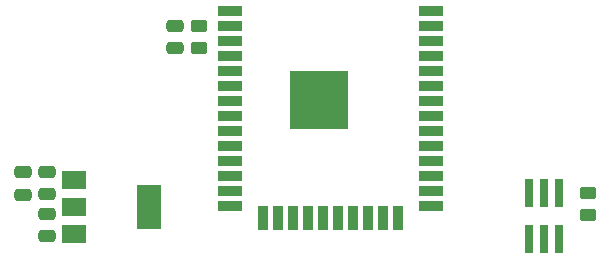
<source format=gbr>
%TF.GenerationSoftware,KiCad,Pcbnew,(6.0.0)*%
%TF.CreationDate,2022-01-25T19:48:24+01:00*%
%TF.ProjectId,ESP32_Blind,45535033-325f-4426-9c69-6e642e6b6963,rev?*%
%TF.SameCoordinates,Original*%
%TF.FileFunction,Paste,Top*%
%TF.FilePolarity,Positive*%
%FSLAX46Y46*%
G04 Gerber Fmt 4.6, Leading zero omitted, Abs format (unit mm)*
G04 Created by KiCad (PCBNEW (6.0.0)) date 2022-01-25 19:48:24*
%MOMM*%
%LPD*%
G01*
G04 APERTURE LIST*
G04 Aperture macros list*
%AMRoundRect*
0 Rectangle with rounded corners*
0 $1 Rounding radius*
0 $2 $3 $4 $5 $6 $7 $8 $9 X,Y pos of 4 corners*
0 Add a 4 corners polygon primitive as box body*
4,1,4,$2,$3,$4,$5,$6,$7,$8,$9,$2,$3,0*
0 Add four circle primitives for the rounded corners*
1,1,$1+$1,$2,$3*
1,1,$1+$1,$4,$5*
1,1,$1+$1,$6,$7*
1,1,$1+$1,$8,$9*
0 Add four rect primitives between the rounded corners*
20,1,$1+$1,$2,$3,$4,$5,0*
20,1,$1+$1,$4,$5,$6,$7,0*
20,1,$1+$1,$6,$7,$8,$9,0*
20,1,$1+$1,$8,$9,$2,$3,0*%
G04 Aperture macros list end*
%ADD10R,0.740000X2.400000*%
%ADD11R,2.000000X1.500000*%
%ADD12R,2.000000X3.800000*%
%ADD13RoundRect,0.250000X-0.450000X0.262500X-0.450000X-0.262500X0.450000X-0.262500X0.450000X0.262500X0*%
%ADD14RoundRect,0.250000X0.450000X-0.262500X0.450000X0.262500X-0.450000X0.262500X-0.450000X-0.262500X0*%
%ADD15RoundRect,0.250000X-0.475000X0.250000X-0.475000X-0.250000X0.475000X-0.250000X0.475000X0.250000X0*%
%ADD16RoundRect,0.250000X0.475000X-0.250000X0.475000X0.250000X-0.475000X0.250000X-0.475000X-0.250000X0*%
%ADD17R,2.000000X0.900000*%
%ADD18R,0.900000X2.000000*%
%ADD19R,5.000000X5.000000*%
G04 APERTURE END LIST*
D10*
%TO.C,J2*%
X139960000Y-98500000D03*
X139960000Y-94600000D03*
X141230000Y-98500000D03*
X141230000Y-94600000D03*
X142500000Y-98500000D03*
X142500000Y-94600000D03*
%TD*%
D11*
%TO.C,U2*%
X101500000Y-93500000D03*
X101500000Y-95800000D03*
X101500000Y-98100000D03*
D12*
X107800000Y-95800000D03*
%TD*%
D13*
%TO.C,R1*%
X112000000Y-80500000D03*
X112000000Y-82325000D03*
%TD*%
D14*
%TO.C,R2*%
X145000000Y-96500000D03*
X145000000Y-94675000D03*
%TD*%
D15*
%TO.C,C4*%
X110000000Y-80500000D03*
X110000000Y-82400000D03*
%TD*%
D16*
%TO.C,C3*%
X99150000Y-94750000D03*
X99150000Y-92850000D03*
%TD*%
D17*
%TO.C,U3*%
X114670000Y-79225000D03*
X114670000Y-80495000D03*
X114670000Y-81765000D03*
X114670000Y-83035000D03*
X114670000Y-84305000D03*
X114670000Y-85575000D03*
X114670000Y-86845000D03*
X114670000Y-88115000D03*
X114670000Y-89385000D03*
X114670000Y-90655000D03*
X114670000Y-91925000D03*
X114670000Y-93195000D03*
X114670000Y-94465000D03*
X114670000Y-95735000D03*
D18*
X117455000Y-96735000D03*
X118725000Y-96735000D03*
X119995000Y-96735000D03*
X121265000Y-96735000D03*
X122535000Y-96735000D03*
X123805000Y-96735000D03*
X125075000Y-96735000D03*
X126345000Y-96735000D03*
X127615000Y-96735000D03*
X128885000Y-96735000D03*
D17*
X131670000Y-95735000D03*
X131670000Y-94465000D03*
X131670000Y-93195000D03*
X131670000Y-91925000D03*
X131670000Y-90655000D03*
X131670000Y-89385000D03*
X131670000Y-88115000D03*
X131670000Y-86845000D03*
X131670000Y-85575000D03*
X131670000Y-84305000D03*
X131670000Y-83035000D03*
X131670000Y-81765000D03*
X131670000Y-80495000D03*
X131670000Y-79225000D03*
D19*
X122170000Y-86725000D03*
%TD*%
D15*
%TO.C,C2*%
X99150000Y-96400000D03*
X99150000Y-98300000D03*
%TD*%
%TO.C,C1*%
X97150000Y-92900000D03*
X97150000Y-94800000D03*
%TD*%
M02*

</source>
